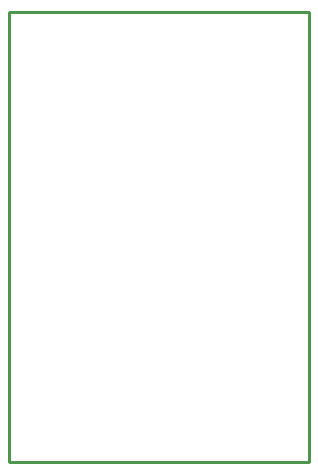
<source format=gbr>
G04 start of page 4 for group 6 idx 6 *
G04 Title: (unknown), outline *
G04 Creator: pcb 4.2.2 *
G04 CreationDate: Wed Nov 22 19:00:24 2023 UTC *
G04 For: thomasc *
G04 Format: Gerber/RS-274X *
G04 PCB-Dimensions (mil): 1000.00 1500.00 *
G04 PCB-Coordinate-Origin: lower left *
%MOIN*%
%FSLAX25Y25*%
%LNOUTLINE*%
%ADD17C,0.0100*%
G54D17*X0Y150000D02*Y0D01*
X100000D01*
Y150000D01*
X0D01*
M02*

</source>
